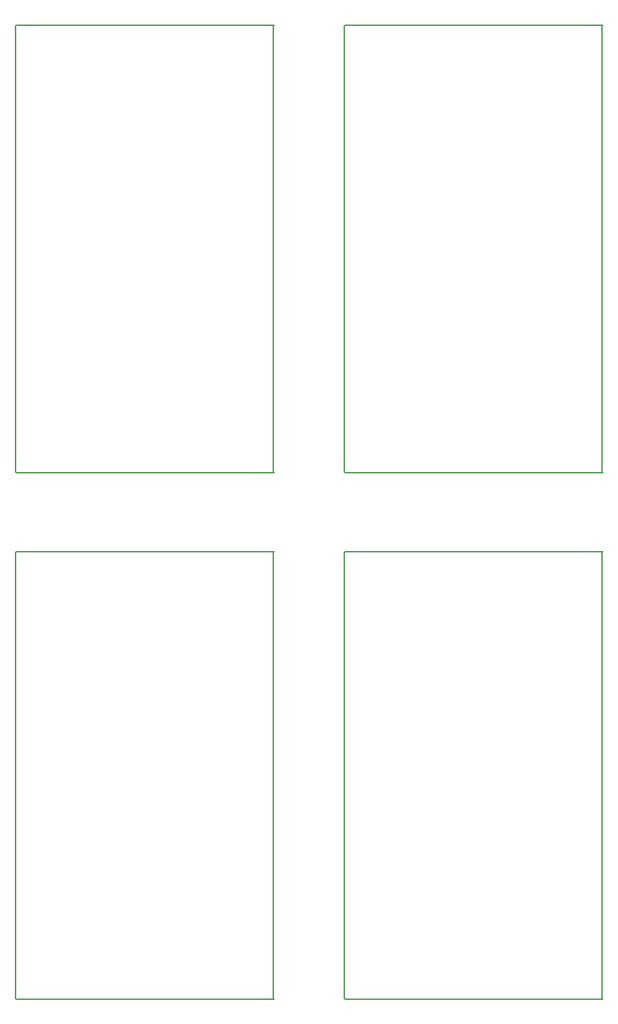
<source format=gm1>
%FSLAX25Y25*%
%MOIN*%
G70*
G01*
G75*
G04 Layer_Color=16711935*
%ADD10C,0.05906*%
%ADD11C,0.07087*%
%ADD12R,0.07087X0.07087*%
%ADD13C,0.27000*%
%ADD14R,0.07087X0.07087*%
%ADD15C,0.09843*%
%ADD16R,0.09055X0.05906*%
%ADD17C,0.05000*%
%ADD18C,0.06000*%
%ADD19R,0.23000X0.29000*%
%ADD20R,0.50800X0.48500*%
%ADD21R,0.25000X0.07000*%
%ADD22R,0.71440X1.29200*%
%ADD23R,0.94240X1.26700*%
%ADD24R,0.80583X2.30800*%
%ADD25R,0.73443X0.74200*%
%ADD26R,0.18000X0.18000*%
%ADD27R,0.26000X0.12800*%
%ADD28R,0.18000X2.24000*%
%ADD29C,0.00787*%
%ADD30C,0.01000*%
%ADD31C,0.00800*%
%ADD32C,0.00591*%
%ADD33C,0.06706*%
%ADD34C,0.07887*%
%ADD35R,0.07887X0.07887*%
%ADD36C,0.27800*%
%ADD37R,0.07887X0.07887*%
%ADD38C,0.10642*%
%ADD39R,0.09855X0.06706*%
%ADD40R,0.15800X0.01900*%
D30*
X569400Y124000D02*
Y463300D01*
X374000Y463700D02*
X570000D01*
X373400Y124000D02*
Y463300D01*
X374000Y123800D02*
X570000D01*
X569400Y524000D02*
Y863300D01*
X374000Y863700D02*
X570000D01*
X373400Y524000D02*
Y863300D01*
X374000Y523800D02*
X570000D01*
X319400Y524000D02*
Y863300D01*
X124000Y863700D02*
X320000D01*
X123400Y524000D02*
Y863300D01*
X124000Y523800D02*
X320000D01*
X124000Y123800D02*
X320000D01*
X123400Y124000D02*
Y463300D01*
X124000Y463700D02*
X320000D01*
X319400Y124000D02*
Y463300D01*
M02*

</source>
